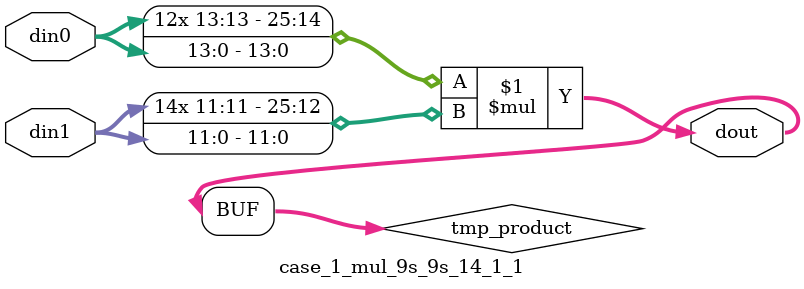
<source format=v>

`timescale 1 ns / 1 ps

 module case_1_mul_9s_9s_14_1_1(din0, din1, dout);
parameter ID = 1;
parameter NUM_STAGE = 0;
parameter din0_WIDTH = 14;
parameter din1_WIDTH = 12;
parameter dout_WIDTH = 26;

input [din0_WIDTH - 1 : 0] din0; 
input [din1_WIDTH - 1 : 0] din1; 
output [dout_WIDTH - 1 : 0] dout;

wire signed [dout_WIDTH - 1 : 0] tmp_product;



























assign tmp_product = $signed(din0) * $signed(din1);








assign dout = tmp_product;





















endmodule

</source>
